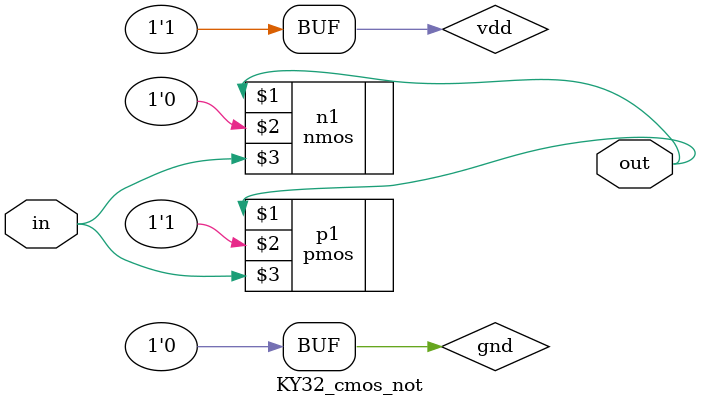
<source format=v>
module KY32_cmos_not(output out, input in);
  supply1 vdd;
  supply0 gnd;

  pmos p1(out, vdd, in);
  nmos n1(out, gnd, in);
endmodule

</source>
